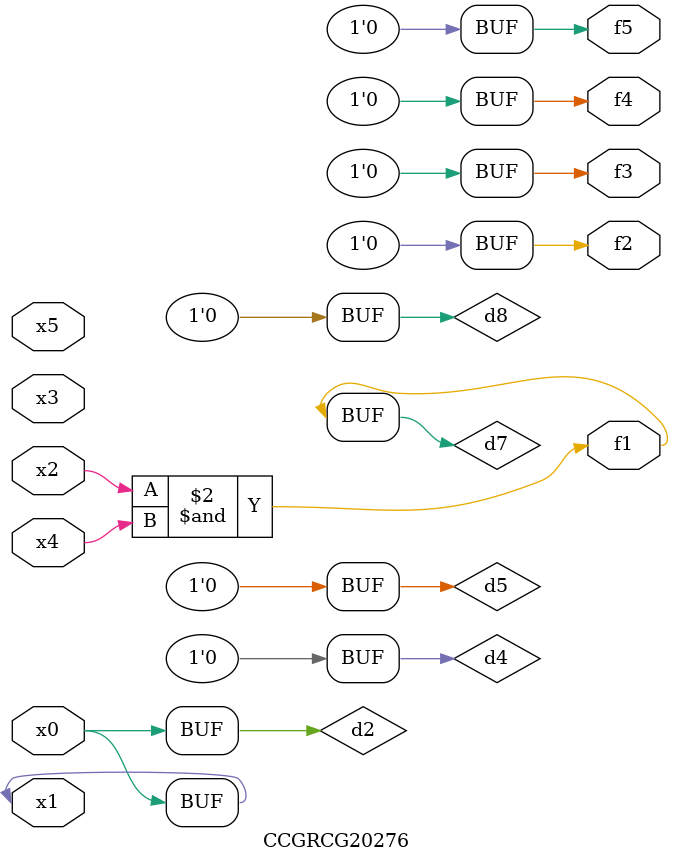
<source format=v>
module CCGRCG20276(
	input x0, x1, x2, x3, x4, x5,
	output f1, f2, f3, f4, f5
);

	wire d1, d2, d3, d4, d5, d6, d7, d8, d9;

	nand (d1, x1);
	buf (d2, x0, x1);
	nand (d3, x2, x4);
	and (d4, d1, d2);
	and (d5, d1, d2);
	nand (d6, d1, d3);
	not (d7, d3);
	xor (d8, d5);
	nor (d9, d5, d6);
	assign f1 = d7;
	assign f2 = d8;
	assign f3 = d8;
	assign f4 = d8;
	assign f5 = d8;
endmodule

</source>
